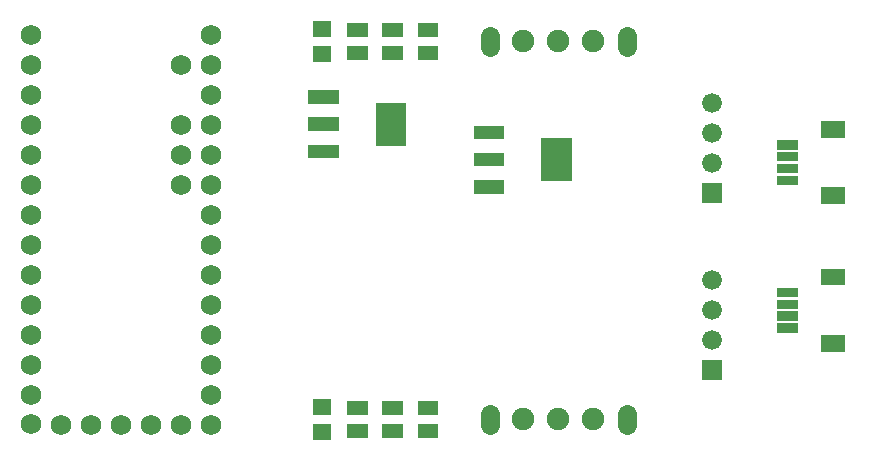
<source format=gts>
G04 Layer: TopSolderMaskLayer*
G04 EasyEDA v6.4.25, 2022-02-05T09:57:48+11:00*
G04 a67cddfb3fce44daa9051d46cbbcc19f,10*
G04 Gerber Generator version 0.2*
G04 Scale: 100 percent, Rotated: No, Reflected: No *
G04 Dimensions in millimeters *
G04 leading zeros omitted , absolute positions ,4 integer and 5 decimal *
%FSLAX45Y45*%
%MOMM*%

%ADD30C,1.6016*%
%ADD35C,1.6764*%
%ADD39C,1.9016*%
%ADD40C,1.7272*%

%LPD*%
D30*
X5379999Y421424D02*
G01*
X5379999Y321424D01*
X4219981Y421424D02*
G01*
X4219981Y321424D01*
X5379999Y3621417D02*
G01*
X5379999Y3521417D01*
X4219981Y3621417D02*
G01*
X4219981Y3521417D01*
G36*
X3612388Y211073D02*
G01*
X3612388Y331470D01*
X3787647Y331470D01*
X3787647Y211073D01*
G37*
G36*
X3612388Y411226D02*
G01*
X3612388Y531621D01*
X3787647Y531621D01*
X3787647Y411226D01*
G37*
G36*
X3312413Y211073D02*
G01*
X3312413Y331470D01*
X3487674Y331470D01*
X3487674Y211073D01*
G37*
G36*
X3312413Y411226D02*
G01*
X3312413Y531621D01*
X3487674Y531621D01*
X3487674Y411226D01*
G37*
G36*
X3312413Y3611371D02*
G01*
X3312413Y3731768D01*
X3487674Y3731768D01*
X3487674Y3611371D01*
G37*
G36*
X3312413Y3411220D02*
G01*
X3312413Y3531615D01*
X3487674Y3531615D01*
X3487674Y3411220D01*
G37*
G36*
X3612388Y3611371D02*
G01*
X3612388Y3731768D01*
X3787647Y3731768D01*
X3787647Y3611371D01*
G37*
G36*
X3612388Y3411220D02*
G01*
X3612388Y3531615D01*
X3787647Y3531615D01*
X3787647Y3411220D01*
G37*
G36*
X6654800Y1406397D02*
G01*
X6654800Y1486662D01*
X6830059Y1486662D01*
X6830059Y1406397D01*
G37*
G36*
X6654800Y1306321D02*
G01*
X6654800Y1386586D01*
X6830059Y1386586D01*
X6830059Y1306321D01*
G37*
G36*
X6654800Y1206245D02*
G01*
X6654800Y1286510D01*
X6830059Y1286510D01*
X6830059Y1206245D01*
G37*
G36*
X7029958Y946150D02*
G01*
X7029958Y1086612D01*
X7230109Y1086612D01*
X7230109Y946150D01*
G37*
G36*
X7029958Y1506220D02*
G01*
X7029958Y1646681D01*
X7230109Y1646681D01*
X7230109Y1506220D01*
G37*
G36*
X6654800Y1106170D02*
G01*
X6654800Y1186687D01*
X6830059Y1186687D01*
X6830059Y1106170D01*
G37*
G36*
X6654800Y2656331D02*
G01*
X6654800Y2736595D01*
X6830059Y2736595D01*
X6830059Y2656331D01*
G37*
G36*
X6654800Y2556255D02*
G01*
X6654800Y2636520D01*
X6830059Y2636520D01*
X6830059Y2556255D01*
G37*
G36*
X6654800Y2456179D02*
G01*
X6654800Y2536697D01*
X6830059Y2536697D01*
X6830059Y2456179D01*
G37*
G36*
X7029958Y2196337D02*
G01*
X7029958Y2336545D01*
X7230109Y2336545D01*
X7230109Y2196337D01*
G37*
G36*
X7029958Y2756154D02*
G01*
X7029958Y2896615D01*
X7230109Y2896615D01*
X7230109Y2756154D01*
G37*
G36*
X6654800Y2356357D02*
G01*
X6654800Y2436621D01*
X6830059Y2436621D01*
X6830059Y2356357D01*
G37*
G36*
X6016243Y706628D02*
G01*
X6016243Y874268D01*
X6183884Y874268D01*
X6183884Y706628D01*
G37*
D35*
G01*
X6100013Y1044422D03*
G01*
X6100013Y1298422D03*
G01*
X6100013Y1552422D03*
G36*
X6016243Y2206497D02*
G01*
X6016243Y2374137D01*
X6183884Y2374137D01*
X6183884Y2206497D01*
G37*
G01*
X6100013Y2544419D03*
G01*
X6100013Y2798419D03*
G01*
X6100013Y3052419D03*
G36*
X2724911Y406400D02*
G01*
X2724911Y546607D01*
X2875025Y546607D01*
X2875025Y406400D01*
G37*
G36*
X2724911Y196342D02*
G01*
X2724911Y336550D01*
X2875025Y336550D01*
X2875025Y196342D01*
G37*
G36*
X2724911Y3396234D02*
G01*
X2724911Y3536442D01*
X2875025Y3536442D01*
X2875025Y3396234D01*
G37*
G36*
X2724911Y3606292D02*
G01*
X2724911Y3746500D01*
X2875025Y3746500D01*
X2875025Y3606292D01*
G37*
G36*
X2685795Y3043936D02*
G01*
X2685795Y3158997D01*
X2942590Y3158997D01*
X2942590Y3043936D01*
G37*
G36*
X2685795Y2813812D02*
G01*
X2685795Y2929128D01*
X2942590Y2929128D01*
X2942590Y2813812D01*
G37*
G36*
X2685795Y2583942D02*
G01*
X2685795Y2699004D01*
X2942590Y2699004D01*
X2942590Y2583942D01*
G37*
G36*
X3257295Y2689352D02*
G01*
X3257295Y3053587D01*
X3514090Y3053587D01*
X3514090Y2689352D01*
G37*
G36*
X4085843Y2743962D02*
G01*
X4085843Y2859023D01*
X4342638Y2859023D01*
X4342638Y2743962D01*
G37*
G36*
X4085843Y2513837D02*
G01*
X4085843Y2628900D01*
X4342638Y2628900D01*
X4342638Y2513837D01*
G37*
G36*
X4085843Y2283968D02*
G01*
X4085843Y2399029D01*
X4342638Y2399029D01*
X4342638Y2283968D01*
G37*
G36*
X4657343Y2389378D02*
G01*
X4657343Y2753613D01*
X4914138Y2753613D01*
X4914138Y2389378D01*
G37*
G36*
X3012440Y211328D02*
G01*
X3012440Y331470D01*
X3187700Y331470D01*
X3187700Y211328D01*
G37*
G36*
X3012440Y411226D02*
G01*
X3012440Y531621D01*
X3187700Y531621D01*
X3187700Y411226D01*
G37*
G36*
X3012440Y3611371D02*
G01*
X3012440Y3731513D01*
X3187700Y3731513D01*
X3187700Y3611371D01*
G37*
G36*
X3012440Y3411220D02*
G01*
X3012440Y3531615D01*
X3187700Y3531615D01*
X3187700Y3411220D01*
G37*
D39*
G01*
X5099989Y371424D03*
G01*
X4799990Y371424D03*
G01*
X4499990Y371424D03*
G01*
X5099989Y3571417D03*
G01*
X4799990Y3571417D03*
G01*
X4499990Y3571417D03*
D40*
G01*
X1861997Y3622420D03*
G01*
X1861997Y3368420D03*
G01*
X1861997Y3114420D03*
G01*
X1861997Y2860420D03*
G01*
X1861997Y2606420D03*
G01*
X1861997Y2352420D03*
G01*
X1861997Y2098420D03*
G01*
X1861997Y1844420D03*
G01*
X1861997Y1590420D03*
G01*
X1861997Y1336420D03*
G01*
X1861997Y1082420D03*
G01*
X1861997Y828420D03*
G01*
X1861997Y574420D03*
G01*
X1861997Y320420D03*
G01*
X1607997Y3368420D03*
G01*
X1607997Y2860420D03*
G01*
X1607997Y2606420D03*
G01*
X1607997Y2352420D03*
G01*
X1607997Y320420D03*
G01*
X1353997Y320420D03*
G01*
X1099997Y320420D03*
G01*
X845997Y320420D03*
G01*
X591997Y320420D03*
G01*
X337997Y333120D03*
G01*
X337997Y574420D03*
G01*
X337997Y828420D03*
G01*
X337997Y1082420D03*
G01*
X337997Y1336420D03*
G01*
X337997Y1590420D03*
G01*
X337997Y1844420D03*
G01*
X337997Y2098420D03*
G01*
X337997Y2352420D03*
G01*
X337997Y2606420D03*
G01*
X337997Y2860420D03*
G01*
X337997Y3114420D03*
G01*
X337997Y3368420D03*
G01*
X337997Y3622420D03*
M02*

</source>
